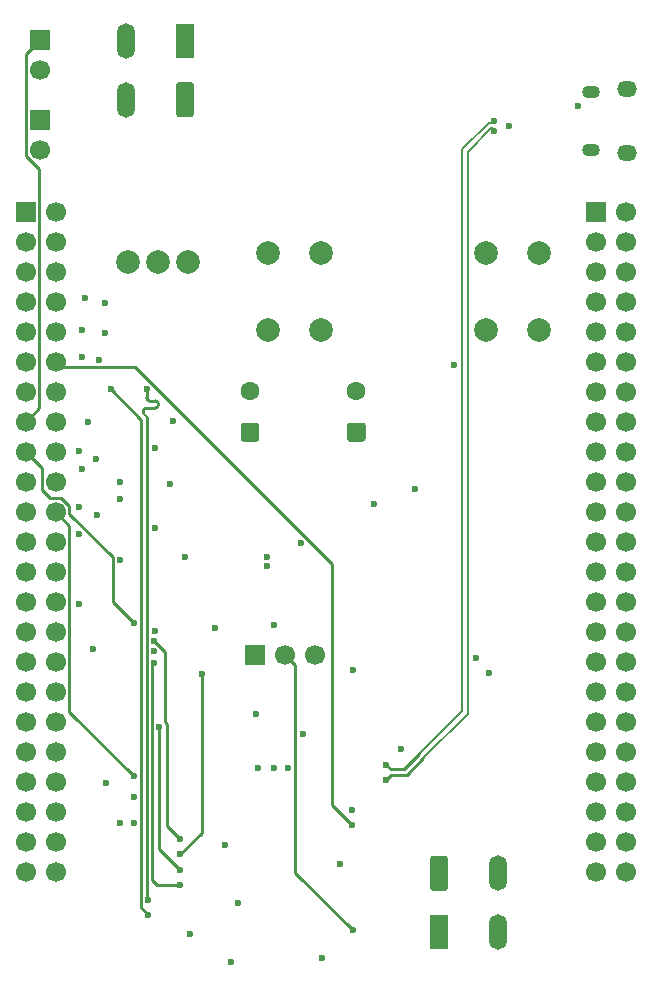
<source format=gbr>
G04 #@! TF.GenerationSoftware,KiCad,Pcbnew,9.0.6+1*
G04 #@! TF.CreationDate,2025-11-29T18:55:21+00:00*
G04 #@! TF.ProjectId,com4bbb,636f6d34-6262-4622-9e6b-696361645f70,0.2*
G04 #@! TF.SameCoordinates,Original*
G04 #@! TF.FileFunction,Copper,L3,Inr*
G04 #@! TF.FilePolarity,Positive*
%FSLAX46Y46*%
G04 Gerber Fmt 4.6, Leading zero omitted, Abs format (unit mm)*
G04 Created by KiCad (PCBNEW 9.0.6+1) date 2025-11-29 18:55:21*
%MOMM*%
%LPD*%
G01*
G04 APERTURE LIST*
G04 #@! TA.AperFunction,ComponentPad*
%ADD10R,1.700000X1.700000*%
G04 #@! TD*
G04 #@! TA.AperFunction,ComponentPad*
%ADD11C,1.700000*%
G04 #@! TD*
G04 #@! TA.AperFunction,ComponentPad*
%ADD12R,1.500000X3.000000*%
G04 #@! TD*
G04 #@! TA.AperFunction,ComponentPad*
%ADD13O,1.500000X3.000000*%
G04 #@! TD*
G04 #@! TA.AperFunction,ComponentPad*
%ADD14C,2.000000*%
G04 #@! TD*
G04 #@! TA.AperFunction,ComponentPad*
%ADD15C,1.600000*%
G04 #@! TD*
G04 #@! TA.AperFunction,HeatsinkPad*
%ADD16O,1.700000X1.350000*%
G04 #@! TD*
G04 #@! TA.AperFunction,HeatsinkPad*
%ADD17O,1.500000X1.100000*%
G04 #@! TD*
G04 #@! TA.AperFunction,ViaPad*
%ADD18C,0.600000*%
G04 #@! TD*
G04 #@! TA.AperFunction,Conductor*
%ADD19C,0.250000*%
G04 #@! TD*
G04 #@! TA.AperFunction,Conductor*
%ADD20C,0.200000*%
G04 #@! TD*
G04 APERTURE END LIST*
D10*
X164630100Y-62382400D03*
D11*
X167170100Y-62382400D03*
X164630100Y-64922400D03*
X167170100Y-64922400D03*
X164630100Y-67462400D03*
X167170100Y-67462400D03*
X164630100Y-70002400D03*
X167170100Y-70002400D03*
X164630100Y-72542400D03*
X167170100Y-72542400D03*
X164630100Y-75082400D03*
X167170100Y-75082400D03*
X164630100Y-77622400D03*
X167170100Y-77622400D03*
X164630100Y-80162400D03*
X167170100Y-80162400D03*
X164630100Y-82702400D03*
X167170100Y-82702400D03*
X164630100Y-85242400D03*
X167170100Y-85242400D03*
X164630100Y-87782400D03*
X167170100Y-87782400D03*
X164630100Y-90322400D03*
X167170100Y-90322400D03*
X164630100Y-92862400D03*
X167170100Y-92862400D03*
X164630100Y-95402400D03*
X167170100Y-95402400D03*
X164630100Y-97942400D03*
X167170100Y-97942400D03*
X164630100Y-100482400D03*
X167170100Y-100482400D03*
X164630100Y-103022400D03*
X167170100Y-103022400D03*
X164630100Y-105562400D03*
X167170100Y-105562400D03*
X164630100Y-108102400D03*
X167170100Y-108102400D03*
X164630100Y-110642400D03*
X167170100Y-110642400D03*
X164630100Y-113182400D03*
X167170100Y-113182400D03*
X164630100Y-115722400D03*
X167170100Y-115722400D03*
X164630100Y-118262400D03*
X167170100Y-118262400D03*
D10*
X116370100Y-62382400D03*
D11*
X118910100Y-62382400D03*
X116370100Y-64922400D03*
X118910100Y-64922400D03*
X116370100Y-67462400D03*
X118910100Y-67462400D03*
X116370100Y-70002400D03*
X118910100Y-70002400D03*
X116370100Y-72542400D03*
X118910100Y-72542400D03*
X116370100Y-75082400D03*
X118910100Y-75082400D03*
X116370100Y-77622400D03*
X118910100Y-77622400D03*
X116370100Y-80162400D03*
X118910100Y-80162400D03*
X116370100Y-82702400D03*
X118910100Y-82702400D03*
X116370100Y-85242400D03*
X118910100Y-85242400D03*
X116370100Y-87782400D03*
X118910100Y-87782400D03*
X116370100Y-90322400D03*
X118910100Y-90322400D03*
X116370100Y-92862400D03*
X118910100Y-92862400D03*
X116370100Y-95402400D03*
X118910100Y-95402400D03*
X116370100Y-97942400D03*
X118910100Y-97942400D03*
X116370100Y-100482400D03*
X118910100Y-100482400D03*
X116370100Y-103022400D03*
X118910100Y-103022400D03*
X116370100Y-105562400D03*
X118910100Y-105562400D03*
X116370100Y-108102400D03*
X118910100Y-108102400D03*
X116370100Y-110642400D03*
X118910100Y-110642400D03*
X116370100Y-113182400D03*
X118910100Y-113182400D03*
X116370100Y-115722400D03*
X118910100Y-115722400D03*
X116370100Y-118262400D03*
X118910100Y-118262400D03*
G04 #@! TA.AperFunction,ComponentPad*
G36*
G01*
X150620100Y-119632399D02*
X150620100Y-117132401D01*
G75*
G02*
X150870101Y-116882400I250001J0D01*
G01*
X151870099Y-116882400D01*
G75*
G02*
X152120100Y-117132401I0J-250001D01*
G01*
X152120100Y-119632399D01*
G75*
G02*
X151870099Y-119882400I-250001J0D01*
G01*
X150870101Y-119882400D01*
G75*
G02*
X150620100Y-119632399I0J250001D01*
G01*
G37*
G04 #@! TD.AperFunction*
D12*
X151370100Y-123382400D03*
D13*
X156370100Y-118382400D03*
X156370100Y-123382400D03*
D14*
X155370100Y-72382400D03*
X155370100Y-65882400D03*
X159870100Y-72382400D03*
X159870100Y-65882400D03*
X136870100Y-72382400D03*
X136870100Y-65882400D03*
X141370100Y-72382400D03*
X141370100Y-65882400D03*
G04 #@! TA.AperFunction,ComponentPad*
G36*
G01*
X130620100Y-51632401D02*
X130620100Y-54132399D01*
G75*
G02*
X130370099Y-54382400I-250001J0D01*
G01*
X129370101Y-54382400D01*
G75*
G02*
X129120100Y-54132399I0J250001D01*
G01*
X129120100Y-51632401D01*
G75*
G02*
X129370101Y-51382400I250001J0D01*
G01*
X130370099Y-51382400D01*
G75*
G02*
X130620100Y-51632401I0J-250001D01*
G01*
G37*
G04 #@! TD.AperFunction*
D12*
X129870100Y-47882400D03*
D13*
X124870100Y-52882400D03*
X124870100Y-47882400D03*
D14*
X130160100Y-66632400D03*
X127620100Y-66632400D03*
X125080100Y-66632400D03*
G04 #@! TA.AperFunction,ComponentPad*
G36*
G01*
X135920100Y-81835051D02*
X134820100Y-81835051D01*
G75*
G02*
X134570100Y-81585051I0J250000D01*
G01*
X134570100Y-80485051D01*
G75*
G02*
X134820100Y-80235051I250000J0D01*
G01*
X135920100Y-80235051D01*
G75*
G02*
X136170100Y-80485051I0J-250000D01*
G01*
X136170100Y-81585051D01*
G75*
G02*
X135920100Y-81835051I-250000J0D01*
G01*
G37*
G04 #@! TD.AperFunction*
D15*
X135370100Y-77535051D03*
D10*
X117620100Y-54607400D03*
D11*
X117620100Y-57147400D03*
D10*
X117620100Y-47857400D03*
D11*
X117620100Y-50397400D03*
G04 #@! TA.AperFunction,ComponentPad*
G36*
G01*
X144920100Y-81835051D02*
X143820100Y-81835051D01*
G75*
G02*
X143570100Y-81585051I0J250000D01*
G01*
X143570100Y-80485051D01*
G75*
G02*
X143820100Y-80235051I250000J0D01*
G01*
X144920100Y-80235051D01*
G75*
G02*
X145170100Y-80485051I0J-250000D01*
G01*
X145170100Y-81585051D01*
G75*
G02*
X144920100Y-81835051I-250000J0D01*
G01*
G37*
G04 #@! TD.AperFunction*
D15*
X144370100Y-77535051D03*
D16*
X167250100Y-57412400D03*
D17*
X164250100Y-57102400D03*
X164250100Y-52262400D03*
D16*
X167250100Y-51952400D03*
D10*
X135830100Y-99882400D03*
D11*
X138370100Y-99882400D03*
X140910100Y-99882400D03*
D18*
X133770100Y-125882400D03*
X122620100Y-74882400D03*
X130270100Y-123482400D03*
X129870100Y-91582400D03*
X121370100Y-69632400D03*
X128870100Y-80082400D03*
X128570100Y-85382400D03*
X123120100Y-70132400D03*
X127245100Y-99582400D03*
X163170100Y-53382400D03*
X148120100Y-107882400D03*
X120870100Y-95582400D03*
X144120100Y-101132400D03*
X120870100Y-82632400D03*
X120870100Y-87382400D03*
X135870100Y-104882400D03*
X121120100Y-72382400D03*
X141470100Y-125582400D03*
X120870100Y-89682400D03*
X124370100Y-91882400D03*
X123120100Y-72632400D03*
X134370100Y-120882400D03*
X121170100Y-84182400D03*
X121120100Y-74632400D03*
X132370100Y-97632400D03*
X157270100Y-55082400D03*
X133270100Y-115982400D03*
X122070100Y-99382400D03*
X121620100Y-80132400D03*
X137370100Y-97382400D03*
X142970100Y-117582400D03*
X152620100Y-75382400D03*
X127370100Y-97828400D03*
X127370100Y-82382400D03*
X127370100Y-89132400D03*
X149370100Y-85882400D03*
X124370100Y-114132400D03*
X123170099Y-110772399D03*
X143970100Y-114282400D03*
X139870100Y-106582400D03*
X125544100Y-97203400D03*
X124370100Y-86682400D03*
X136797652Y-92381928D03*
X139687042Y-90449342D03*
X136770100Y-91582400D03*
X124370100Y-85242400D03*
X125537012Y-110162188D03*
X137370100Y-109482400D03*
X155620100Y-101382400D03*
X143970100Y-112982400D03*
X154520336Y-100130796D03*
X129470100Y-115482400D03*
X127245100Y-98682400D03*
X129470100Y-118082400D03*
X127696100Y-105982400D03*
X131270100Y-101482400D03*
X129470100Y-116782400D03*
X127245100Y-100582400D03*
X129470100Y-119382400D03*
X122385100Y-88017400D03*
X122370100Y-83282400D03*
X123570100Y-77382400D03*
X126770100Y-121882400D03*
X126620100Y-77382400D03*
X126770100Y-120682400D03*
X144070100Y-123182400D03*
X138570100Y-109482400D03*
X125544100Y-114133400D03*
X125544100Y-111882400D03*
X136070100Y-109482400D03*
X146870100Y-109182400D03*
X156070100Y-54657400D03*
X156070100Y-55507400D03*
X146870100Y-110482400D03*
X145870100Y-87132400D03*
D19*
X142306100Y-112618400D02*
X142306100Y-92183102D01*
X142306100Y-92183102D02*
X125631398Y-75508400D01*
X125631398Y-75508400D02*
X119336100Y-75508400D01*
X143970100Y-114282400D02*
X142306100Y-112618400D01*
X116444100Y-49033400D02*
X117620100Y-47857400D01*
X117546100Y-78986400D02*
X117546100Y-58736516D01*
X116444100Y-57634516D02*
X116444100Y-49033400D01*
X117546100Y-58736516D02*
X116444100Y-57634516D01*
X116370100Y-80162400D02*
X117546100Y-78986400D01*
X123744100Y-95403400D02*
X125544100Y-97203400D01*
X118422984Y-86606400D02*
X119397216Y-86606400D01*
X123744100Y-91623102D02*
X123744100Y-95403400D01*
X117734100Y-84066400D02*
X117734100Y-85917516D01*
X117734100Y-85917516D02*
X118422984Y-86606400D01*
X116370100Y-82702400D02*
X117734100Y-84066400D01*
X120086100Y-87965102D02*
X123744100Y-91623102D01*
X120086100Y-87295284D02*
X120086100Y-87965102D01*
X119397216Y-86606400D02*
X120086100Y-87295284D01*
X120086100Y-88958400D02*
X120086100Y-104711276D01*
X118910100Y-87782400D02*
X120086100Y-88958400D01*
X120086100Y-104711276D02*
X125537012Y-110162188D01*
X128370100Y-114382400D02*
X128370100Y-105771102D01*
X129470100Y-115482400D02*
X128370100Y-114382400D01*
X128176650Y-105577652D02*
X128176650Y-99613950D01*
X128176650Y-99613950D02*
X127245100Y-98682400D01*
X128370100Y-105771102D02*
X128176650Y-105577652D01*
X127696100Y-105982400D02*
X127696100Y-116308400D01*
X127696100Y-116308400D02*
X129470100Y-118082400D01*
X131303550Y-101515850D02*
X131303550Y-114948950D01*
X131303550Y-114948950D02*
X129470100Y-116782400D01*
X131270100Y-101482400D02*
X131303550Y-101515850D01*
X127470100Y-119382400D02*
X127071100Y-118983400D01*
X127071100Y-100756400D02*
X127245100Y-100582400D01*
X129470100Y-119382400D02*
X127470100Y-119382400D01*
X127071100Y-118983400D02*
X127071100Y-100756400D01*
X126169100Y-79981400D02*
X126169100Y-120398102D01*
X126144100Y-120423102D02*
X126144100Y-121256400D01*
X126169100Y-120398102D02*
X126144100Y-120423102D01*
X123570100Y-77382400D02*
X126169100Y-79981400D01*
X126144100Y-121256400D02*
X126770100Y-121882400D01*
X126481977Y-78981227D02*
X127364031Y-78981227D01*
X127604031Y-78621227D02*
X127604031Y-78741227D01*
X126620100Y-79719350D02*
X126620100Y-120532400D01*
X126620100Y-120532400D02*
X126770100Y-120682400D01*
X126860100Y-78381227D02*
X127364031Y-78381227D01*
X126620100Y-77382400D02*
X126620100Y-78141227D01*
X126343854Y-79119350D02*
X126343854Y-79443104D01*
X126343854Y-79443104D02*
G75*
G03*
X126481977Y-79581246I138146J4D01*
G01*
X126620100Y-78141227D02*
G75*
G03*
X126860100Y-78381200I240000J27D01*
G01*
X126481977Y-79581227D02*
G75*
G02*
X126620073Y-79719350I23J-138073D01*
G01*
X127604031Y-78741227D02*
G75*
G02*
X127364031Y-78981231I-240031J27D01*
G01*
X126481977Y-78981227D02*
G75*
G03*
X126343927Y-79119350I23J-138073D01*
G01*
X127364031Y-78381227D02*
G75*
G02*
X127603973Y-78621227I-31J-239973D01*
G01*
X144070100Y-123182400D02*
X139220100Y-118332400D01*
X139220100Y-100732400D02*
X138370100Y-99882400D01*
X139220100Y-118332400D02*
X139220100Y-100732400D01*
D20*
X155870101Y-54857399D02*
X155576903Y-54857399D01*
D19*
X148416546Y-109582400D02*
X149693323Y-108305623D01*
X147270100Y-109582400D02*
X148416546Y-109582400D01*
X146870100Y-109182400D02*
X147270100Y-109582400D01*
D20*
X153345100Y-104653846D02*
X149693323Y-108305623D01*
X156070100Y-54657400D02*
X155870101Y-54857399D01*
X153345100Y-57089202D02*
X153345100Y-104653846D01*
X155576903Y-54857399D02*
X153345100Y-57089202D01*
X156070100Y-55507400D02*
X155870101Y-55307401D01*
D19*
X146870100Y-110482400D02*
X147270100Y-110082400D01*
D20*
X155763297Y-55307401D02*
X153795100Y-57275598D01*
D19*
X147270100Y-110082400D02*
X148623654Y-110082400D01*
D20*
X153795100Y-104910954D02*
X150046877Y-108659177D01*
X155870101Y-55307401D02*
X155763297Y-55307401D01*
X153795100Y-57275598D02*
X153795100Y-104910954D01*
D19*
X148623654Y-110082400D02*
X150046877Y-108659177D01*
M02*

</source>
